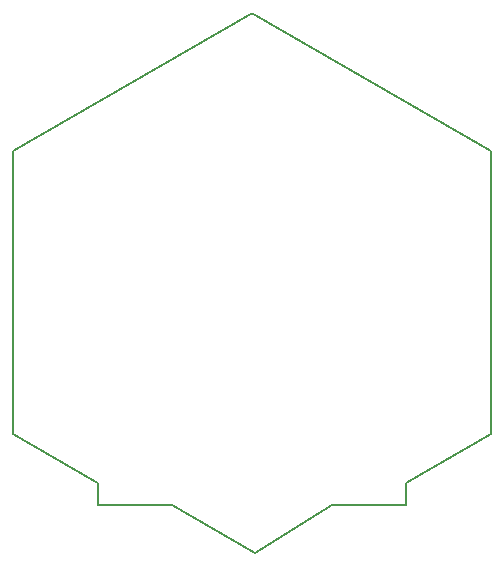
<source format=gbr>
G04 #@! TF.FileFunction,Profile,NP*
%FSLAX46Y46*%
G04 Gerber Fmt 4.6, Leading zero omitted, Abs format (unit mm)*
G04 Created by KiCad (PCBNEW 4.0.4-stable) date Thursday, December 08, 2016 'AMt' 11:47:12 AM*
%MOMM*%
%LPD*%
G01*
G04 APERTURE LIST*
%ADD10C,0.100000*%
%ADD11C,0.150000*%
G04 APERTURE END LIST*
D10*
D11*
X107800000Y-60400000D02*
X108000000Y-60500000D01*
X107700000Y-60400000D02*
X107800000Y-60400000D01*
X107500000Y-60500000D02*
X107700000Y-60400000D01*
X87500000Y-72000000D02*
X87500000Y-72500000D01*
X107500000Y-60500000D02*
X87500000Y-72000000D01*
X128000000Y-72000000D02*
X108000000Y-60500000D01*
X128000000Y-72500000D02*
X128000000Y-72000000D01*
X128000000Y-96000000D02*
X120800000Y-100100000D01*
X120800000Y-102000000D02*
X114500000Y-102000000D01*
X120800000Y-100100000D02*
X120800000Y-102000000D01*
X94700000Y-102000000D02*
X101000000Y-102000000D01*
X94700000Y-100100000D02*
X94700000Y-102000000D01*
X94500000Y-100000000D02*
X94700000Y-100100000D01*
X128000000Y-96000000D02*
X128000000Y-72500000D01*
X108000000Y-106000000D02*
X114500000Y-102000000D01*
X101000000Y-102000000D02*
X108000000Y-106000000D01*
X87500000Y-96000000D02*
X94500000Y-100000000D01*
X87500000Y-72500000D02*
X87500000Y-96000000D01*
M02*

</source>
